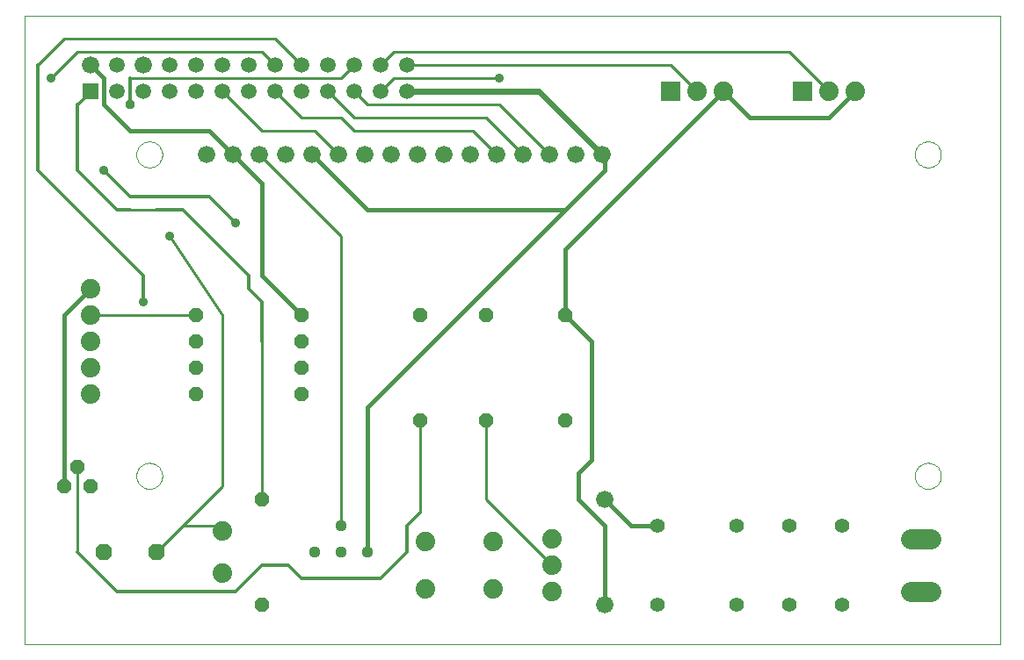
<source format=gbl>
G75*
G70*
%OFA0B0*%
%FSLAX24Y24*%
%IPPOS*%
%LPD*%
%AMOC8*
5,1,8,0,0,1.08239X$1,22.5*
%
%ADD10C,0.0000*%
%ADD11C,0.0660*%
%ADD12OC8,0.0520*%
%ADD13C,0.0780*%
%ADD14R,0.0594X0.0594*%
%ADD15C,0.0594*%
%ADD16C,0.0740*%
%ADD17C,0.0554*%
%ADD18C,0.0440*%
%ADD19OC8,0.0630*%
%ADD20R,0.0740X0.0740*%
%ADD21C,0.0100*%
%ADD22C,0.0160*%
%ADD23C,0.0240*%
%ADD24C,0.0120*%
%ADD25C,0.0360*%
%ADD26OC8,0.0356*%
D10*
X004465Y000625D02*
X004465Y024495D01*
X041457Y024495D01*
X041457Y000625D01*
X004465Y000625D01*
X008709Y007023D02*
X008711Y007067D01*
X008717Y007111D01*
X008727Y007154D01*
X008740Y007196D01*
X008758Y007236D01*
X008779Y007275D01*
X008803Y007312D01*
X008830Y007347D01*
X008861Y007379D01*
X008894Y007408D01*
X008930Y007434D01*
X008968Y007456D01*
X009008Y007475D01*
X009049Y007491D01*
X009092Y007503D01*
X009135Y007511D01*
X009179Y007515D01*
X009223Y007515D01*
X009267Y007511D01*
X009310Y007503D01*
X009353Y007491D01*
X009394Y007475D01*
X009434Y007456D01*
X009472Y007434D01*
X009508Y007408D01*
X009541Y007379D01*
X009572Y007347D01*
X009599Y007312D01*
X009623Y007275D01*
X009644Y007236D01*
X009662Y007196D01*
X009675Y007154D01*
X009685Y007111D01*
X009691Y007067D01*
X009693Y007023D01*
X009691Y006979D01*
X009685Y006935D01*
X009675Y006892D01*
X009662Y006850D01*
X009644Y006810D01*
X009623Y006771D01*
X009599Y006734D01*
X009572Y006699D01*
X009541Y006667D01*
X009508Y006638D01*
X009472Y006612D01*
X009434Y006590D01*
X009394Y006571D01*
X009353Y006555D01*
X009310Y006543D01*
X009267Y006535D01*
X009223Y006531D01*
X009179Y006531D01*
X009135Y006535D01*
X009092Y006543D01*
X009049Y006555D01*
X009008Y006571D01*
X008968Y006590D01*
X008930Y006612D01*
X008894Y006638D01*
X008861Y006667D01*
X008830Y006699D01*
X008803Y006734D01*
X008779Y006771D01*
X008758Y006810D01*
X008740Y006850D01*
X008727Y006892D01*
X008717Y006935D01*
X008711Y006979D01*
X008709Y007023D01*
X008709Y019227D02*
X008711Y019271D01*
X008717Y019315D01*
X008727Y019358D01*
X008740Y019400D01*
X008758Y019440D01*
X008779Y019479D01*
X008803Y019516D01*
X008830Y019551D01*
X008861Y019583D01*
X008894Y019612D01*
X008930Y019638D01*
X008968Y019660D01*
X009008Y019679D01*
X009049Y019695D01*
X009092Y019707D01*
X009135Y019715D01*
X009179Y019719D01*
X009223Y019719D01*
X009267Y019715D01*
X009310Y019707D01*
X009353Y019695D01*
X009394Y019679D01*
X009434Y019660D01*
X009472Y019638D01*
X009508Y019612D01*
X009541Y019583D01*
X009572Y019551D01*
X009599Y019516D01*
X009623Y019479D01*
X009644Y019440D01*
X009662Y019400D01*
X009675Y019358D01*
X009685Y019315D01*
X009691Y019271D01*
X009693Y019227D01*
X009691Y019183D01*
X009685Y019139D01*
X009675Y019096D01*
X009662Y019054D01*
X009644Y019014D01*
X009623Y018975D01*
X009599Y018938D01*
X009572Y018903D01*
X009541Y018871D01*
X009508Y018842D01*
X009472Y018816D01*
X009434Y018794D01*
X009394Y018775D01*
X009353Y018759D01*
X009310Y018747D01*
X009267Y018739D01*
X009223Y018735D01*
X009179Y018735D01*
X009135Y018739D01*
X009092Y018747D01*
X009049Y018759D01*
X009008Y018775D01*
X008968Y018794D01*
X008930Y018816D01*
X008894Y018842D01*
X008861Y018871D01*
X008830Y018903D01*
X008803Y018938D01*
X008779Y018975D01*
X008758Y019014D01*
X008740Y019054D01*
X008727Y019096D01*
X008717Y019139D01*
X008711Y019183D01*
X008709Y019227D01*
X038237Y019227D02*
X038239Y019271D01*
X038245Y019315D01*
X038255Y019358D01*
X038268Y019400D01*
X038286Y019440D01*
X038307Y019479D01*
X038331Y019516D01*
X038358Y019551D01*
X038389Y019583D01*
X038422Y019612D01*
X038458Y019638D01*
X038496Y019660D01*
X038536Y019679D01*
X038577Y019695D01*
X038620Y019707D01*
X038663Y019715D01*
X038707Y019719D01*
X038751Y019719D01*
X038795Y019715D01*
X038838Y019707D01*
X038881Y019695D01*
X038922Y019679D01*
X038962Y019660D01*
X039000Y019638D01*
X039036Y019612D01*
X039069Y019583D01*
X039100Y019551D01*
X039127Y019516D01*
X039151Y019479D01*
X039172Y019440D01*
X039190Y019400D01*
X039203Y019358D01*
X039213Y019315D01*
X039219Y019271D01*
X039221Y019227D01*
X039219Y019183D01*
X039213Y019139D01*
X039203Y019096D01*
X039190Y019054D01*
X039172Y019014D01*
X039151Y018975D01*
X039127Y018938D01*
X039100Y018903D01*
X039069Y018871D01*
X039036Y018842D01*
X039000Y018816D01*
X038962Y018794D01*
X038922Y018775D01*
X038881Y018759D01*
X038838Y018747D01*
X038795Y018739D01*
X038751Y018735D01*
X038707Y018735D01*
X038663Y018739D01*
X038620Y018747D01*
X038577Y018759D01*
X038536Y018775D01*
X038496Y018794D01*
X038458Y018816D01*
X038422Y018842D01*
X038389Y018871D01*
X038358Y018903D01*
X038331Y018938D01*
X038307Y018975D01*
X038286Y019014D01*
X038268Y019054D01*
X038255Y019096D01*
X038245Y019139D01*
X038239Y019183D01*
X038237Y019227D01*
X038237Y007023D02*
X038239Y007067D01*
X038245Y007111D01*
X038255Y007154D01*
X038268Y007196D01*
X038286Y007236D01*
X038307Y007275D01*
X038331Y007312D01*
X038358Y007347D01*
X038389Y007379D01*
X038422Y007408D01*
X038458Y007434D01*
X038496Y007456D01*
X038536Y007475D01*
X038577Y007491D01*
X038620Y007503D01*
X038663Y007511D01*
X038707Y007515D01*
X038751Y007515D01*
X038795Y007511D01*
X038838Y007503D01*
X038881Y007491D01*
X038922Y007475D01*
X038962Y007456D01*
X039000Y007434D01*
X039036Y007408D01*
X039069Y007379D01*
X039100Y007347D01*
X039127Y007312D01*
X039151Y007275D01*
X039172Y007236D01*
X039190Y007196D01*
X039203Y007154D01*
X039213Y007111D01*
X039219Y007067D01*
X039221Y007023D01*
X039219Y006979D01*
X039213Y006935D01*
X039203Y006892D01*
X039190Y006850D01*
X039172Y006810D01*
X039151Y006771D01*
X039127Y006734D01*
X039100Y006699D01*
X039069Y006667D01*
X039036Y006638D01*
X039000Y006612D01*
X038962Y006590D01*
X038922Y006571D01*
X038881Y006555D01*
X038838Y006543D01*
X038795Y006535D01*
X038751Y006531D01*
X038707Y006531D01*
X038663Y006535D01*
X038620Y006543D01*
X038577Y006555D01*
X038536Y006571D01*
X038496Y006590D01*
X038458Y006612D01*
X038422Y006638D01*
X038389Y006667D01*
X038358Y006699D01*
X038331Y006734D01*
X038307Y006771D01*
X038286Y006810D01*
X038268Y006850D01*
X038255Y006892D01*
X038245Y006935D01*
X038239Y006979D01*
X038237Y007023D01*
D11*
X026465Y006125D03*
X026465Y002125D03*
X026366Y019227D03*
X025366Y019227D03*
X024366Y019227D03*
X023366Y019227D03*
X022366Y019227D03*
X021366Y019227D03*
X020366Y019227D03*
X019366Y019227D03*
X018366Y019227D03*
X017366Y019227D03*
X016366Y019227D03*
X015366Y019227D03*
X014366Y019227D03*
X013366Y019227D03*
X012366Y019227D03*
X011366Y019227D03*
X008965Y022625D03*
X006965Y022625D03*
D12*
X010965Y013125D03*
X010965Y012125D03*
X010965Y011125D03*
X010965Y010125D03*
X014965Y010125D03*
X014965Y011125D03*
X014965Y012125D03*
X014965Y013125D03*
X019465Y013125D03*
X021965Y013125D03*
X024965Y013125D03*
X024965Y009125D03*
X021965Y009125D03*
X019465Y009125D03*
X013465Y006125D03*
X013465Y002125D03*
X006965Y006625D03*
X005965Y006625D03*
X006465Y007375D03*
D13*
X038075Y004615D02*
X038855Y004615D01*
X038855Y002635D02*
X038075Y002635D01*
D14*
X006965Y021625D03*
D15*
X007965Y021625D03*
X008965Y021625D03*
X009965Y021625D03*
X010965Y021625D03*
X011965Y021625D03*
X012965Y021625D03*
X013965Y021625D03*
X014965Y021625D03*
X015965Y021625D03*
X016965Y021625D03*
X017965Y021625D03*
X018965Y021625D03*
X018965Y022625D03*
X017965Y022625D03*
X016965Y022625D03*
X015965Y022625D03*
X014965Y022625D03*
X013965Y022625D03*
X012965Y022625D03*
X011965Y022625D03*
X010965Y022625D03*
X009965Y022625D03*
X007965Y022625D03*
D16*
X006965Y014125D03*
X006965Y013125D03*
X006965Y012125D03*
X006965Y011125D03*
X006965Y010125D03*
X011965Y004912D03*
X011965Y003337D03*
X019685Y002735D03*
X022245Y002735D03*
X024465Y002625D03*
X024465Y003625D03*
X024465Y004625D03*
X022245Y004515D03*
X019685Y004515D03*
X029965Y021625D03*
X030965Y021625D03*
X034965Y021625D03*
X035965Y021625D03*
D17*
X035465Y005125D03*
X033465Y005125D03*
X031465Y005125D03*
X028465Y005125D03*
X028465Y002125D03*
X031465Y002125D03*
X033465Y002125D03*
X035465Y002125D03*
D18*
X017465Y004125D03*
X017465Y004125D03*
X016465Y004125D03*
X015465Y004125D03*
X015465Y004125D03*
X016465Y005125D03*
D19*
X009465Y004125D03*
X007465Y004125D03*
D20*
X028965Y021625D03*
X033965Y021625D03*
D21*
X034965Y021625D02*
X033465Y023125D01*
X018465Y023125D01*
X017965Y022625D01*
X018465Y022125D02*
X022465Y022125D01*
X022465Y021125D02*
X024465Y019125D01*
X024366Y019227D01*
X023465Y019125D02*
X023366Y019227D01*
X023465Y019125D02*
X021965Y020625D01*
X016965Y020625D01*
X015965Y021625D01*
X016465Y022125D02*
X008465Y022125D01*
X006965Y021625D02*
X006465Y021125D01*
X005465Y022125D02*
X006465Y023125D01*
X013465Y023125D01*
X013965Y022625D01*
X013965Y023625D02*
X014965Y022625D01*
X016465Y022125D02*
X016965Y022625D01*
X016965Y021625D02*
X017465Y021125D01*
X022465Y021125D01*
X021465Y020125D02*
X022465Y019125D01*
X022366Y019227D01*
X021465Y020125D02*
X016965Y020125D01*
X016465Y020625D01*
X014965Y020625D01*
X013965Y021625D01*
X013465Y020125D02*
X011965Y021625D01*
X013465Y020125D02*
X015465Y020125D01*
X016465Y019125D01*
X016366Y019227D01*
X015465Y019125D02*
X015366Y019227D01*
X013465Y019125D02*
X013366Y019227D01*
X013465Y019125D02*
X016465Y016125D01*
X016465Y005125D01*
X019465Y005625D02*
X019465Y009125D01*
X021965Y009125D02*
X021965Y006125D01*
X024465Y003625D01*
X013465Y006125D02*
X013465Y012125D01*
X011965Y013125D02*
X011965Y006625D01*
X010465Y005125D01*
X011965Y005125D01*
X011965Y004912D01*
X010465Y005125D02*
X009465Y004125D01*
X006465Y004125D02*
X006465Y007125D01*
X006465Y007375D01*
X006965Y013125D02*
X010965Y013125D01*
X011965Y013125D02*
X009965Y016125D01*
X009465Y017125D02*
X008465Y017125D01*
X012366Y019227D02*
X012465Y019125D01*
X017965Y021625D02*
X018465Y022125D01*
X018965Y022625D02*
X028965Y022625D01*
X029965Y021625D01*
X030465Y021125D02*
X030965Y021625D01*
X026465Y019125D02*
X026366Y019227D01*
X013965Y023625D02*
X005965Y023625D01*
X004965Y022625D01*
D22*
X006965Y022625D02*
X007465Y022125D01*
X007465Y021125D01*
X008465Y020125D01*
X011465Y020125D01*
X011469Y020125D01*
X012366Y019227D01*
X012366Y019223D01*
X012465Y019125D01*
X013465Y018125D01*
X013465Y014625D01*
X014965Y013125D01*
X017465Y009625D02*
X017465Y004125D01*
X025465Y006125D02*
X025465Y007125D01*
X025965Y007625D01*
X025965Y012125D01*
X024965Y013125D01*
X024965Y015625D01*
X025965Y016625D01*
X030965Y021625D01*
X031965Y020625D01*
X034965Y020625D01*
X035965Y021625D01*
X026465Y019125D02*
X026465Y018625D01*
X024965Y017125D01*
X017465Y017125D01*
X015465Y019125D01*
X006965Y014125D02*
X005965Y013125D01*
X005965Y006625D01*
X017465Y009625D02*
X024965Y017125D01*
X025465Y006125D02*
X026465Y005125D01*
X026465Y004125D01*
X026465Y002125D01*
X027465Y005125D02*
X026465Y006125D01*
X027465Y005125D02*
X028465Y005125D01*
D23*
X026366Y019227D02*
X023969Y021625D01*
X023965Y021625D01*
X018965Y021625D01*
D24*
X012465Y016625D02*
X011465Y017625D01*
X010965Y017625D01*
X008965Y017625D01*
X008465Y017625D01*
X007465Y018625D01*
X006465Y018625D02*
X007965Y017125D01*
X008465Y017125D01*
X009465Y017125D02*
X010465Y017125D01*
X011465Y016125D01*
X012965Y014625D01*
X012965Y014125D01*
X013465Y013625D01*
X013465Y012125D01*
X008965Y013625D02*
X008965Y014625D01*
X007965Y015625D01*
X004965Y018625D01*
X004965Y022625D01*
X006465Y021125D02*
X006465Y018625D01*
X008465Y021125D02*
X008465Y022125D01*
X019465Y005625D02*
X018965Y005125D01*
X018965Y004125D01*
X017965Y003125D01*
X014965Y003125D01*
X014465Y003625D01*
X013465Y003625D01*
X012465Y002625D01*
X007965Y002625D01*
X007465Y003125D01*
X006465Y004125D01*
D25*
X008965Y013625D03*
X009965Y016125D03*
X012465Y016625D03*
X007465Y018625D03*
X005465Y022125D03*
X022465Y022125D03*
D26*
X008465Y021125D03*
M02*

</source>
